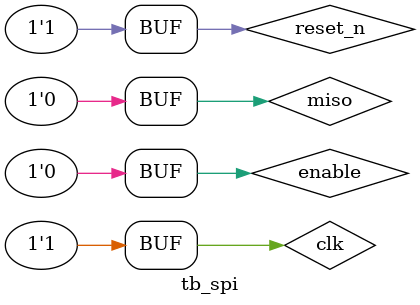
<source format=v>
`timescale 1ns / 1ps


module tb_spi(

    );
    
    parameter PERIOD = 10;
        
    reg clk, reset_n, enable;
    wire sclk, mosi, busy;
    reg miso;
    wire [0:0] ss_n;
    wire [7:0] rx_data;
    
    always begin
       clk = 1'b0;
       #(PERIOD/2) clk = 1'b1;
       #(PERIOD/2);
    end
    
    spi_core #(
        .slaves(1),
        .d_width(8)
    ) uut (
        .clock(clk),
        .reset_n(reset_n),
        .enable(enable),
        .cpol(1),
        .cpha(1),
        .cont(0),
        .clk_div(0),
        .addr(0),
        .tx_data(8'h1B),
        .miso(miso),
        .sclk(sclk),
        .ss_n(ss_n),
        .mosi(mosi),
        .busy(busy),
        .rx_data(rx_data)
    );
    
    initial begin
        enable <= 1'b0;
        reset_n <= 1'b1;
        miso <= 1'b0;
        #PERIOD;
        reset_n <= 1'b0;
        #PERIOD;
        reset_n <= 1'b1;
        #PERIOD;
        enable <= 1'b1;
        #(PERIOD * 2);
        enable <= 1'b0;
        #(PERIOD * 30);
    end
    
endmodule

</source>
